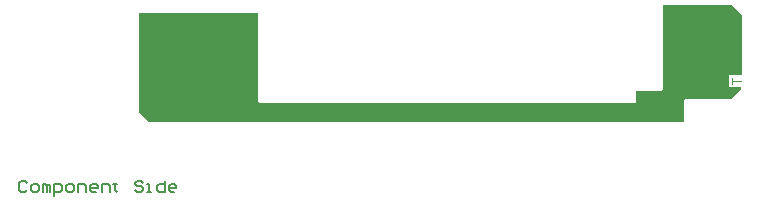
<source format=gbr>
G04 Layer_Physical_Order=1*
G04 Layer_Color=255*
%FSLAX43Y43*%
%MOMM*%
%TF.FileFunction,Copper,L1,Top,Signal*%
%TF.Part,Single*%
G01*
G75*
%TA.AperFunction,NonConductor*%
%ADD10C,0.100*%
%ADD11C,0.150*%
%TA.AperFunction,ViaPad*%
%ADD12C,0.610*%
G36*
X40838Y-3167D02*
Y-8269D01*
X39761D01*
Y-9256D01*
X40735D01*
X40787Y-9383D01*
X39933Y-10238D01*
X36100D01*
X35985Y-10285D01*
X35938Y-10400D01*
Y-12238D01*
X-9333D01*
X-10238Y-11333D01*
Y-2999D01*
X-162D01*
Y-10400D01*
X-115Y-10515D01*
X0Y-10562D01*
X31750D01*
X31865Y-10515D01*
X31912Y-10400D01*
Y-9562D01*
X34000D01*
X34115Y-9515D01*
X34162Y-9400D01*
Y-2262D01*
X39933D01*
X40838Y-3167D01*
D02*
G37*
D10*
X39988Y-9029D02*
Y-8496D01*
Y-8762D01*
X40788D01*
D11*
X-10370Y-18164D02*
X-10537Y-17997D01*
X-10370Y-18164D02*
X-10037D01*
X-9870Y-17997D01*
Y-17831D01*
X-10037Y-17664D01*
X-10370D01*
X-10537Y-17498D01*
Y-17331D01*
X-10370Y-17164D01*
X-10037D01*
X-9870Y-17331D01*
X-9537Y-17498D02*
X-9371D01*
Y-18164D01*
X-9204D01*
X-9537D01*
X-8537D02*
X-8704Y-17997D01*
Y-17664D01*
X-8537Y-17498D01*
X-8038D01*
Y-17164D02*
Y-18164D01*
X-8537D01*
X-7538D02*
X-7704Y-17997D01*
Y-17664D01*
X-7538Y-17498D01*
X-7205D01*
X-7038Y-17664D01*
Y-17831D01*
X-7704D01*
X-7538Y-18164D02*
X-7205D01*
X-12036D02*
X-12203Y-17997D01*
Y-17498D01*
X-12370D01*
X-12036D01*
X-12203D01*
Y-17331D01*
X-12869Y-17498D02*
X-12703Y-17664D01*
Y-18164D01*
X-13369D02*
Y-17498D01*
X-12869D01*
X-13869D02*
X-13702Y-17664D01*
Y-17831D01*
X-14369D01*
Y-17997D02*
Y-17664D01*
X-14202Y-17498D01*
X-13869D01*
Y-18164D02*
X-14202D01*
X-14369Y-17997D01*
X-14702Y-18164D02*
Y-17664D01*
X-14869Y-17498D01*
X-15369D01*
Y-18164D01*
X-15868D02*
X-15702Y-17997D01*
Y-17664D01*
X-15868Y-17498D01*
X-16202D01*
X-16368Y-17664D01*
Y-17997D01*
X-16202Y-18164D01*
X-15868D01*
X-16868D02*
X-17368D01*
Y-18497D02*
Y-17498D01*
X-16868D01*
X-16702Y-17664D01*
Y-17997D01*
X-16868Y-18164D01*
X-17701D02*
Y-17664D01*
X-17868Y-17498D01*
X-18034Y-17664D01*
Y-18164D01*
Y-17664D01*
X-18201Y-17498D01*
X-18368D01*
Y-18164D01*
X-18867D02*
X-18701Y-17997D01*
Y-17664D01*
X-18867Y-17498D01*
X-19201D01*
X-19367Y-17664D01*
Y-17997D01*
X-19201Y-18164D01*
X-18867D01*
X-19867D02*
X-19701Y-17997D01*
X-19867Y-18164D02*
X-20200D01*
X-20367Y-17997D01*
Y-17331D01*
X-20200Y-17164D01*
X-19867D01*
X-19701Y-17331D01*
D12*
X14347Y-11401D02*
D03*
X12300D02*
D03*
X10282D02*
D03*
%TF.MD5,c7955c91cf8dfb6b3ea65e01f3bb7d25*%
M02*

</source>
